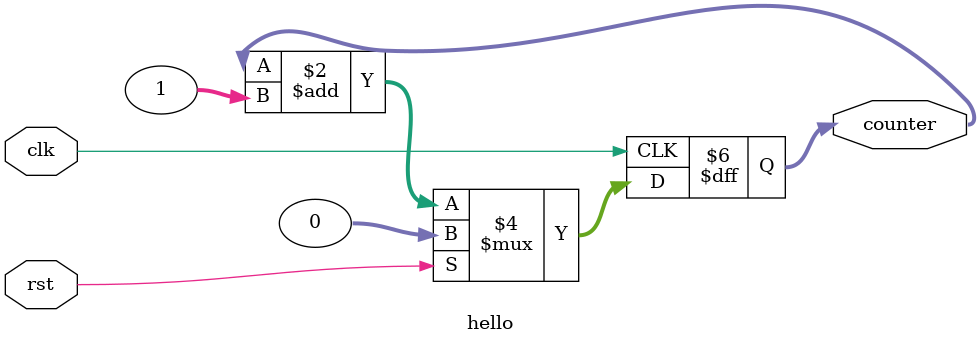
<source format=v>
module hello(
    input wire clk, 
    input wire rst,
    output reg [31:0] counter
    );
    
    always @(posedge clk)
    begin
        if (rst)
            counter <= 0;
        else
            counter <= counter + 1;
    end

endmodule
</source>
